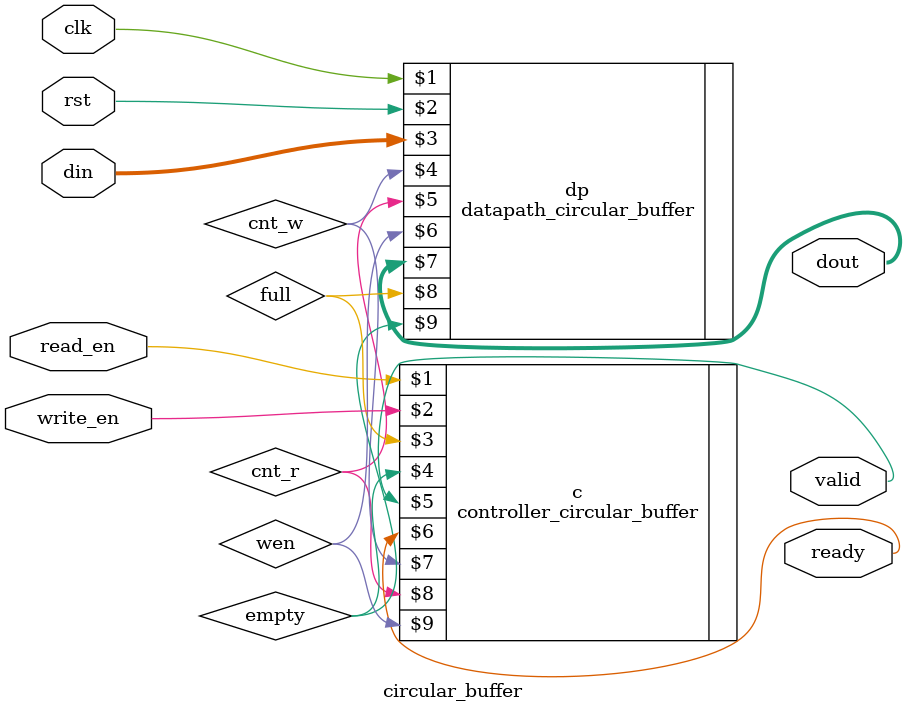
<source format=v>
module circular_buffer#(parameter PAR_WRITE=1,parameter PAR_READ=1,parameter DEPTH=8,parameter BITS=16)(clk,rst,read_en,write_en,din, 
valid,ready,dout);
    input clk,rst,read_en,write_en;
    input [BITS*PAR_WRITE-1:0] din;
    output valid,ready;
    output [BITS*PAR_READ-1:0] dout;
    wire cnt_w,cnt_r,wen,full,empty;
    datapath_circular_buffer#(PAR_WRITE,PAR_READ,DEPTH,BITS)dp(clk,rst,din,cnt_w,cnt_r,wen, dout,full,empty);
    controller_circular_buffer c(read_en,write_en,full,empty, valid,ready,cnt_w,cnt_r,wen);
endmodule
</source>
